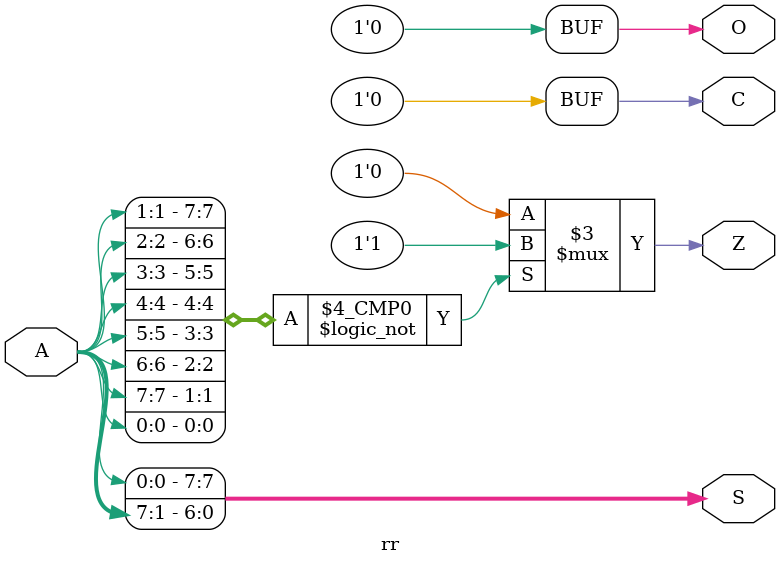
<source format=v>
module rr(A,S,Z,C,O);
input wire [7:0] A;
output reg [7:0] S;
output reg Z,C,O;

 always @(*)
 begin
S[7]=A[0];
S[6:0]=A[7:1];
C=0;
O=0;
case({S[0],S[1],S[2],S[3],S[4],S[5],S[6],S[7]})
8'b00000000: Z=1;
default : Z=0;
endcase



end
endmodule

</source>
